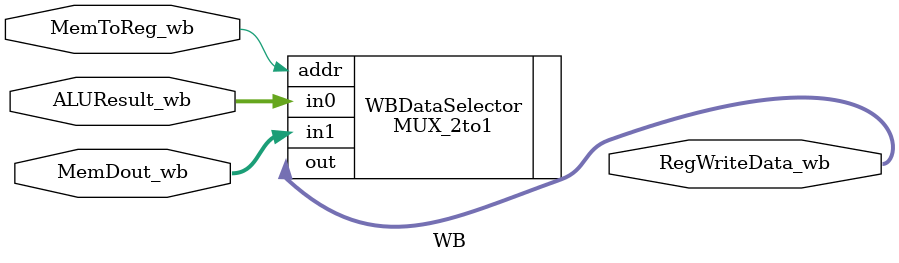
<source format=v>
`timescale 1ns / 1ps
module WB(MemToReg_wb, MemDout_wb, ALUResult_wb, RegWriteData_wb);
		input MemToReg_wb; 
		input [31:0] MemDout_wb;
		input [31:0] ALUResult_wb;
		output [31:0] RegWriteData_wb;
		
		
		// select write back data , MemToReg_wb = 0 (from ALUResult) ; 1(from DataRAM)
		MUX_2to1 #(.n(32)) WBDataSelector(
				.in0(ALUResult_wb),
				.in1(MemDout_wb),
				.addr(MemToReg_wb),
				.out(RegWriteData_wb) );
		

endmodule

</source>
